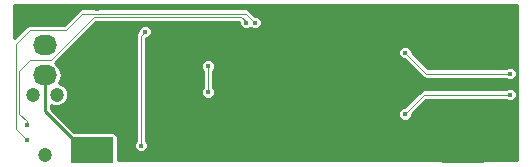
<source format=gbr>
G04 #@! TF.FileFunction,Copper,L2,Bot,Signal*
%FSLAX46Y46*%
G04 Gerber Fmt 4.6, Leading zero omitted, Abs format (unit mm)*
G04 Created by KiCad (PCBNEW (2016-02-16 BZR 6568, Git 6c5f954)-product) date Sun 21 Feb 2016 12:11:03 PM EST*
%MOMM*%
G01*
G04 APERTURE LIST*
%ADD10C,0.100000*%
%ADD11C,1.200000*%
%ADD12R,3.600000X2.200000*%
%ADD13R,2.032000X1.727200*%
%ADD14O,2.032000X1.727200*%
%ADD15C,0.406400*%
%ADD16C,0.101600*%
%ADD17C,0.254000*%
G04 APERTURE END LIST*
D10*
D11*
X99568000Y-86741000D03*
X98552000Y-81661000D03*
X100584000Y-81661000D03*
D12*
X103553000Y-86360000D03*
X134953000Y-86360000D03*
D13*
X99568000Y-74930000D03*
D14*
X99568000Y-77470000D03*
X99568000Y-80010000D03*
D15*
X138176000Y-77724000D03*
X137160000Y-80772000D03*
X137160000Y-77724000D03*
X137668000Y-77343000D03*
X105283000Y-79375000D03*
X100965000Y-82931000D03*
X127381000Y-84709000D03*
X126365000Y-85979000D03*
X127381000Y-79375000D03*
X129413000Y-80518000D03*
X126987504Y-77732404D03*
X124587000Y-78105000D03*
X104013000Y-74422000D03*
X110871000Y-78994000D03*
X110236000Y-78994000D03*
X112268000Y-82042000D03*
X109855000Y-83439000D03*
X109590000Y-80772000D03*
X109590000Y-81672000D03*
X110490000Y-81672000D03*
X110490000Y-80772000D03*
X114173000Y-83820000D03*
X113792000Y-85471000D03*
X107696000Y-86614000D03*
X138938000Y-81661000D03*
X130048000Y-83312000D03*
X98044000Y-85471000D03*
X117348000Y-75565000D03*
X98044000Y-84201000D03*
X116586000Y-75565000D03*
X108077000Y-76327000D03*
X107696000Y-85979000D03*
X113411000Y-79248000D03*
X113411000Y-81472000D03*
X138938000Y-79883000D03*
X130048000Y-78105000D03*
D16*
X134112000Y-81661000D02*
X138938000Y-81661000D01*
X130048000Y-83312000D02*
X131699000Y-81661000D01*
X131699000Y-81661000D02*
X134112000Y-81661000D01*
X97155000Y-84582000D02*
X97155000Y-77343000D01*
X98044000Y-85471000D02*
X97155000Y-84582000D01*
X116586000Y-74803000D02*
X117348000Y-75565000D01*
X97155000Y-77343000D02*
X98298000Y-76200000D01*
X102743000Y-74803000D02*
X116586000Y-74803000D01*
X98298000Y-76200000D02*
X101346000Y-76200000D01*
X101346000Y-76200000D02*
X102743000Y-74803000D01*
X98044000Y-84201000D02*
X98044000Y-83913632D01*
X98044000Y-83913632D02*
X97409000Y-83278632D01*
X97409000Y-83278632D02*
X97409000Y-79629000D01*
X116586000Y-75565000D02*
X116586000Y-75438000D01*
X116586000Y-75438000D02*
X116205000Y-75057000D01*
X100076000Y-78740000D02*
X98298000Y-78740000D01*
X116205000Y-75057000D02*
X103759000Y-75057000D01*
X103759000Y-75057000D02*
X100076000Y-78740000D01*
X98298000Y-78740000D02*
X97409000Y-79629000D01*
X107696000Y-85979000D02*
X107696000Y-76708000D01*
X107696000Y-76708000D02*
X108077000Y-76327000D01*
X113411000Y-79248000D02*
X113411000Y-81472000D01*
X134112000Y-79883000D02*
X138938000Y-79883000D01*
X130048000Y-78105000D02*
X131826000Y-79883000D01*
X131826000Y-79883000D02*
X134112000Y-79883000D01*
D17*
X99568000Y-80010000D02*
X99568000Y-83075000D01*
X99568000Y-83075000D02*
X102853000Y-86360000D01*
X102853000Y-86360000D02*
X103553000Y-86360000D01*
G36*
X139573000Y-87174000D02*
X105741464Y-87174000D01*
X105741464Y-86094695D01*
X107111699Y-86094695D01*
X107200451Y-86309490D01*
X107364645Y-86473972D01*
X107579286Y-86563098D01*
X107811695Y-86563301D01*
X108026490Y-86474549D01*
X108190972Y-86310355D01*
X108280098Y-86095714D01*
X108280301Y-85863305D01*
X108191549Y-85648510D01*
X108127800Y-85584649D01*
X108127800Y-83427695D01*
X129463699Y-83427695D01*
X129552451Y-83642490D01*
X129716645Y-83806972D01*
X129931286Y-83896098D01*
X130163695Y-83896301D01*
X130378490Y-83807549D01*
X130542972Y-83643355D01*
X130632098Y-83428714D01*
X130632177Y-83338481D01*
X131877857Y-82092800D01*
X138543584Y-82092800D01*
X138606645Y-82155972D01*
X138821286Y-82245098D01*
X139053695Y-82245301D01*
X139268490Y-82156549D01*
X139432972Y-81992355D01*
X139522098Y-81777714D01*
X139522301Y-81545305D01*
X139433549Y-81330510D01*
X139269355Y-81166028D01*
X139054714Y-81076902D01*
X138822305Y-81076699D01*
X138607510Y-81165451D01*
X138543649Y-81229200D01*
X131699005Y-81229200D01*
X131699000Y-81229199D01*
X131533758Y-81262068D01*
X131533756Y-81262069D01*
X131533757Y-81262069D01*
X131393671Y-81355671D01*
X131393669Y-81355674D01*
X130021565Y-82727777D01*
X129932305Y-82727699D01*
X129717510Y-82816451D01*
X129553028Y-82980645D01*
X129463902Y-83195286D01*
X129463699Y-83427695D01*
X108127800Y-83427695D01*
X108127800Y-79363695D01*
X112826699Y-79363695D01*
X112915451Y-79578490D01*
X112979200Y-79642351D01*
X112979200Y-81077584D01*
X112916028Y-81140645D01*
X112826902Y-81355286D01*
X112826699Y-81587695D01*
X112915451Y-81802490D01*
X113079645Y-81966972D01*
X113294286Y-82056098D01*
X113526695Y-82056301D01*
X113741490Y-81967549D01*
X113905972Y-81803355D01*
X113995098Y-81588714D01*
X113995301Y-81356305D01*
X113906549Y-81141510D01*
X113842800Y-81077649D01*
X113842800Y-79642416D01*
X113905972Y-79579355D01*
X113995098Y-79364714D01*
X113995301Y-79132305D01*
X113906549Y-78917510D01*
X113742355Y-78753028D01*
X113527714Y-78663902D01*
X113295305Y-78663699D01*
X113080510Y-78752451D01*
X112916028Y-78916645D01*
X112826902Y-79131286D01*
X112826699Y-79363695D01*
X108127800Y-79363695D01*
X108127800Y-78220695D01*
X129463699Y-78220695D01*
X129552451Y-78435490D01*
X129716645Y-78599972D01*
X129931286Y-78689098D01*
X130021519Y-78689177D01*
X131520671Y-80188329D01*
X131660757Y-80281931D01*
X131688173Y-80287385D01*
X131826000Y-80314801D01*
X131826005Y-80314800D01*
X138543584Y-80314800D01*
X138606645Y-80377972D01*
X138821286Y-80467098D01*
X139053695Y-80467301D01*
X139268490Y-80378549D01*
X139432972Y-80214355D01*
X139522098Y-79999714D01*
X139522301Y-79767305D01*
X139433549Y-79552510D01*
X139269355Y-79388028D01*
X139054714Y-79298902D01*
X138822305Y-79298699D01*
X138607510Y-79387451D01*
X138543649Y-79451200D01*
X132004858Y-79451200D01*
X130632223Y-78078565D01*
X130632301Y-77989305D01*
X130543549Y-77774510D01*
X130379355Y-77610028D01*
X130164714Y-77520902D01*
X129932305Y-77520699D01*
X129717510Y-77609451D01*
X129553028Y-77773645D01*
X129463902Y-77988286D01*
X129463699Y-78220695D01*
X108127800Y-78220695D01*
X108127800Y-76911244D01*
X108192695Y-76911301D01*
X108407490Y-76822549D01*
X108571972Y-76658355D01*
X108661098Y-76443714D01*
X108661301Y-76211305D01*
X108572549Y-75996510D01*
X108408355Y-75832028D01*
X108193714Y-75742902D01*
X107961305Y-75742699D01*
X107746510Y-75831451D01*
X107582028Y-75995645D01*
X107492902Y-76210286D01*
X107492823Y-76300519D01*
X107390671Y-76402671D01*
X107297069Y-76542757D01*
X107264200Y-76708000D01*
X107264200Y-85584584D01*
X107201028Y-85647645D01*
X107111902Y-85862286D01*
X107111699Y-86094695D01*
X105741464Y-86094695D01*
X105741464Y-85260000D01*
X105711894Y-85111341D01*
X105627686Y-84985314D01*
X105501659Y-84901106D01*
X105353000Y-84871536D01*
X102082957Y-84871536D01*
X100076000Y-82864580D01*
X100076000Y-82512271D01*
X100388011Y-82641829D01*
X100778277Y-82642170D01*
X101138966Y-82493136D01*
X101415166Y-82217417D01*
X101564829Y-81856989D01*
X101565170Y-81466723D01*
X101416136Y-81106034D01*
X101140417Y-80829834D01*
X100779989Y-80680171D01*
X100768088Y-80680161D01*
X100897629Y-80486288D01*
X100992369Y-80010000D01*
X100897629Y-79533712D01*
X100627834Y-79129935D01*
X100429347Y-78997311D01*
X103937857Y-75488800D01*
X116001867Y-75488800D01*
X116001699Y-75680695D01*
X116090451Y-75895490D01*
X116254645Y-76059972D01*
X116469286Y-76149098D01*
X116701695Y-76149301D01*
X116916490Y-76060549D01*
X116966944Y-76010184D01*
X117016645Y-76059972D01*
X117231286Y-76149098D01*
X117463695Y-76149301D01*
X117678490Y-76060549D01*
X117842972Y-75896355D01*
X117932098Y-75681714D01*
X117932301Y-75449305D01*
X117843549Y-75234510D01*
X117679355Y-75070028D01*
X117464714Y-74980902D01*
X117374481Y-74980823D01*
X116891329Y-74497671D01*
X116751243Y-74404069D01*
X116586000Y-74371200D01*
X102743000Y-74371200D01*
X102577757Y-74404069D01*
X102437671Y-74497671D01*
X102437669Y-74497674D01*
X101167142Y-75768200D01*
X98298000Y-75768200D01*
X98132757Y-75801069D01*
X98029102Y-75870329D01*
X97992671Y-75894671D01*
X96976000Y-76911342D01*
X96976000Y-74116000D01*
X139573000Y-74116000D01*
X139573000Y-87174000D01*
X139573000Y-87174000D01*
G37*
X139573000Y-87174000D02*
X105741464Y-87174000D01*
X105741464Y-86094695D01*
X107111699Y-86094695D01*
X107200451Y-86309490D01*
X107364645Y-86473972D01*
X107579286Y-86563098D01*
X107811695Y-86563301D01*
X108026490Y-86474549D01*
X108190972Y-86310355D01*
X108280098Y-86095714D01*
X108280301Y-85863305D01*
X108191549Y-85648510D01*
X108127800Y-85584649D01*
X108127800Y-83427695D01*
X129463699Y-83427695D01*
X129552451Y-83642490D01*
X129716645Y-83806972D01*
X129931286Y-83896098D01*
X130163695Y-83896301D01*
X130378490Y-83807549D01*
X130542972Y-83643355D01*
X130632098Y-83428714D01*
X130632177Y-83338481D01*
X131877857Y-82092800D01*
X138543584Y-82092800D01*
X138606645Y-82155972D01*
X138821286Y-82245098D01*
X139053695Y-82245301D01*
X139268490Y-82156549D01*
X139432972Y-81992355D01*
X139522098Y-81777714D01*
X139522301Y-81545305D01*
X139433549Y-81330510D01*
X139269355Y-81166028D01*
X139054714Y-81076902D01*
X138822305Y-81076699D01*
X138607510Y-81165451D01*
X138543649Y-81229200D01*
X131699005Y-81229200D01*
X131699000Y-81229199D01*
X131533758Y-81262068D01*
X131533756Y-81262069D01*
X131533757Y-81262069D01*
X131393671Y-81355671D01*
X131393669Y-81355674D01*
X130021565Y-82727777D01*
X129932305Y-82727699D01*
X129717510Y-82816451D01*
X129553028Y-82980645D01*
X129463902Y-83195286D01*
X129463699Y-83427695D01*
X108127800Y-83427695D01*
X108127800Y-79363695D01*
X112826699Y-79363695D01*
X112915451Y-79578490D01*
X112979200Y-79642351D01*
X112979200Y-81077584D01*
X112916028Y-81140645D01*
X112826902Y-81355286D01*
X112826699Y-81587695D01*
X112915451Y-81802490D01*
X113079645Y-81966972D01*
X113294286Y-82056098D01*
X113526695Y-82056301D01*
X113741490Y-81967549D01*
X113905972Y-81803355D01*
X113995098Y-81588714D01*
X113995301Y-81356305D01*
X113906549Y-81141510D01*
X113842800Y-81077649D01*
X113842800Y-79642416D01*
X113905972Y-79579355D01*
X113995098Y-79364714D01*
X113995301Y-79132305D01*
X113906549Y-78917510D01*
X113742355Y-78753028D01*
X113527714Y-78663902D01*
X113295305Y-78663699D01*
X113080510Y-78752451D01*
X112916028Y-78916645D01*
X112826902Y-79131286D01*
X112826699Y-79363695D01*
X108127800Y-79363695D01*
X108127800Y-78220695D01*
X129463699Y-78220695D01*
X129552451Y-78435490D01*
X129716645Y-78599972D01*
X129931286Y-78689098D01*
X130021519Y-78689177D01*
X131520671Y-80188329D01*
X131660757Y-80281931D01*
X131688173Y-80287385D01*
X131826000Y-80314801D01*
X131826005Y-80314800D01*
X138543584Y-80314800D01*
X138606645Y-80377972D01*
X138821286Y-80467098D01*
X139053695Y-80467301D01*
X139268490Y-80378549D01*
X139432972Y-80214355D01*
X139522098Y-79999714D01*
X139522301Y-79767305D01*
X139433549Y-79552510D01*
X139269355Y-79388028D01*
X139054714Y-79298902D01*
X138822305Y-79298699D01*
X138607510Y-79387451D01*
X138543649Y-79451200D01*
X132004858Y-79451200D01*
X130632223Y-78078565D01*
X130632301Y-77989305D01*
X130543549Y-77774510D01*
X130379355Y-77610028D01*
X130164714Y-77520902D01*
X129932305Y-77520699D01*
X129717510Y-77609451D01*
X129553028Y-77773645D01*
X129463902Y-77988286D01*
X129463699Y-78220695D01*
X108127800Y-78220695D01*
X108127800Y-76911244D01*
X108192695Y-76911301D01*
X108407490Y-76822549D01*
X108571972Y-76658355D01*
X108661098Y-76443714D01*
X108661301Y-76211305D01*
X108572549Y-75996510D01*
X108408355Y-75832028D01*
X108193714Y-75742902D01*
X107961305Y-75742699D01*
X107746510Y-75831451D01*
X107582028Y-75995645D01*
X107492902Y-76210286D01*
X107492823Y-76300519D01*
X107390671Y-76402671D01*
X107297069Y-76542757D01*
X107264200Y-76708000D01*
X107264200Y-85584584D01*
X107201028Y-85647645D01*
X107111902Y-85862286D01*
X107111699Y-86094695D01*
X105741464Y-86094695D01*
X105741464Y-85260000D01*
X105711894Y-85111341D01*
X105627686Y-84985314D01*
X105501659Y-84901106D01*
X105353000Y-84871536D01*
X102082957Y-84871536D01*
X100076000Y-82864580D01*
X100076000Y-82512271D01*
X100388011Y-82641829D01*
X100778277Y-82642170D01*
X101138966Y-82493136D01*
X101415166Y-82217417D01*
X101564829Y-81856989D01*
X101565170Y-81466723D01*
X101416136Y-81106034D01*
X101140417Y-80829834D01*
X100779989Y-80680171D01*
X100768088Y-80680161D01*
X100897629Y-80486288D01*
X100992369Y-80010000D01*
X100897629Y-79533712D01*
X100627834Y-79129935D01*
X100429347Y-78997311D01*
X103937857Y-75488800D01*
X116001867Y-75488800D01*
X116001699Y-75680695D01*
X116090451Y-75895490D01*
X116254645Y-76059972D01*
X116469286Y-76149098D01*
X116701695Y-76149301D01*
X116916490Y-76060549D01*
X116966944Y-76010184D01*
X117016645Y-76059972D01*
X117231286Y-76149098D01*
X117463695Y-76149301D01*
X117678490Y-76060549D01*
X117842972Y-75896355D01*
X117932098Y-75681714D01*
X117932301Y-75449305D01*
X117843549Y-75234510D01*
X117679355Y-75070028D01*
X117464714Y-74980902D01*
X117374481Y-74980823D01*
X116891329Y-74497671D01*
X116751243Y-74404069D01*
X116586000Y-74371200D01*
X102743000Y-74371200D01*
X102577757Y-74404069D01*
X102437671Y-74497671D01*
X102437669Y-74497674D01*
X101167142Y-75768200D01*
X98298000Y-75768200D01*
X98132757Y-75801069D01*
X98029102Y-75870329D01*
X97992671Y-75894671D01*
X96976000Y-76911342D01*
X96976000Y-74116000D01*
X139573000Y-74116000D01*
X139573000Y-87174000D01*
M02*

</source>
